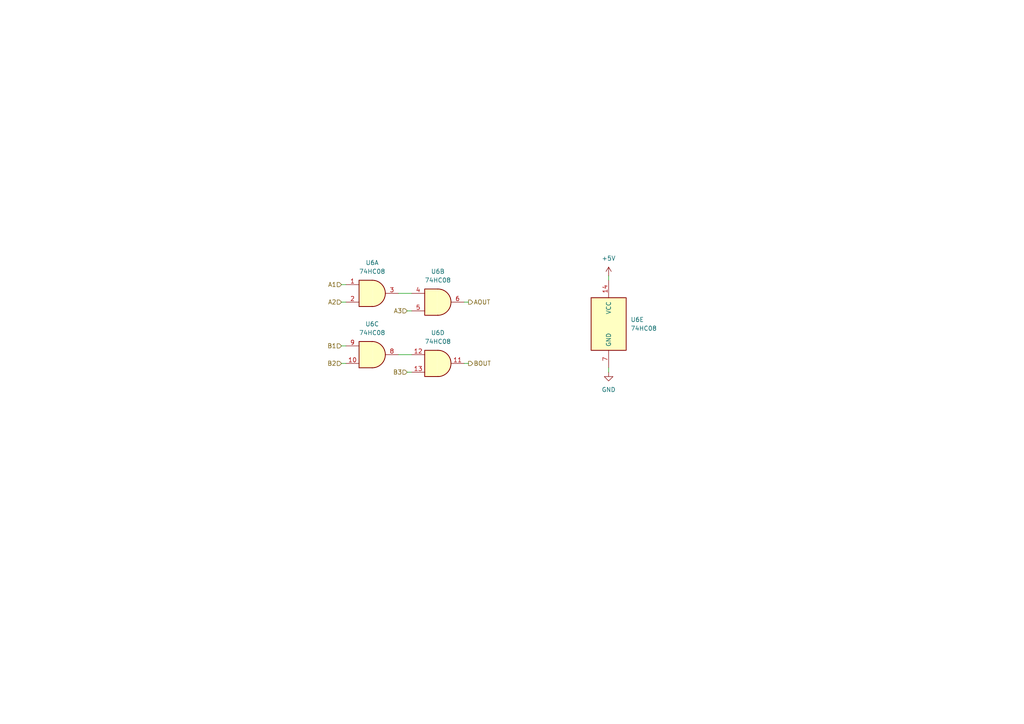
<source format=kicad_sch>
(kicad_sch (version 20250114) (generator "eeschema") (generator_version "9.0")
  (paper "A4")
  (lib_symbols
    (symbol "Logic_Gate:74HC08" (pin_names (offset 1.016))
      (property "Reference" "U" (at 0 1.27 0))
      (property "Value" "74HC08" (at 0 -1.27 0))
      (symbol "74HC08_1_1"
        (arc (start 0 3.81) (mid 3.7934 0) (end 0 -3.81) (stroke (width 0.254)) (fill (type background)))
        (polyline (pts (xy 0 3.81) (xy -3.81 3.81) (xy -3.81 -3.81) (xy 0 -3.81)) (stroke (width 0.254)) (fill (type background)))
        (pin input line (at -7.62 2.54 0) (length 3.81) (name "~") (number "1"))
        (pin input line (at -7.62 -2.54 0) (length 3.81) (name "~") (number "2"))
        (pin output line (at 7.62 0 180) (length 3.81) (name "~") (number "3"))
      )
      (symbol "74HC08_1_2"
        (arc (start -3.81 3.81) (mid -2.589 0) (end -3.81 -3.81) (stroke (width 0.254)))
        (polyline (pts (xy -3.81 3.81) (xy -0.635 3.81)) (stroke (width 0.254)) (fill (type background)))
        (polyline (pts (xy -3.81 -3.81) (xy -0.635 -3.81)) (stroke (width 0.254)) (fill (type background)))
        (arc (start 3.81 0) (mid 2.1855 -2.584) (end -0.6096 -3.81) (stroke (width 0.254)) (fill (type background)))
        (arc (start -0.6096 3.81) (mid 2.1928 2.5924) (end 3.81 0) (stroke (width 0.254)) (fill (type background)))
        (polyline (pts (xy -0.635 3.81) (xy -3.81 3.81) (xy -3.81 3.81) (xy -3.556 3.4036) (xy -3.0226 2.2606) (xy -2.6924 1.0414) (xy -2.6162 -0.254) (xy -2.7686 -1.4986) (xy -3.175 -2.7178) (xy -3.81 -3.81) (xy -3.81 -3.81) (xy -0.635 -3.81)) (stroke (width -25.4)) (fill (type background)))
        (pin input inverted (at -7.62 2.54 0) (length 4.318) (name "~") (number "1"))
        (pin input inverted (at -7.62 -2.54 0) (length 4.318) (name "~") (number "2"))
        (pin output inverted (at 7.62 0 180) (length 3.81) (name "~") (number "3"))
      )
      (symbol "74HC08_2_1"
        (arc (start 0 3.81) (mid 3.7934 0) (end 0 -3.81) (stroke (width 0.254)) (fill (type background)))
        (polyline (pts (xy 0 3.81) (xy -3.81 3.81) (xy -3.81 -3.81) (xy 0 -3.81)) (stroke (width 0.254)) (fill (type background)))
        (pin input line (at -7.62 2.54 0) (length 3.81) (name "~") (number "4"))
        (pin input line (at -7.62 -2.54 0) (length 3.81) (name "~") (number "5"))
        (pin output line (at 7.62 0 180) (length 3.81) (name "~") (number "6"))
      )
      (symbol "74HC08_2_2"
        (arc (start -3.81 3.81) (mid -2.589 0) (end -3.81 -3.81) (stroke (width 0.254)))
        (polyline (pts (xy -3.81 3.81) (xy -0.635 3.81)) (stroke (width 0.254)) (fill (type background)))
        (polyline (pts (xy -3.81 -3.81) (xy -0.635 -3.81)) (stroke (width 0.254)) (fill (type background)))
        (arc (start 3.81 0) (mid 2.1855 -2.584) (end -0.6096 -3.81) (stroke (width 0.254)) (fill (type background)))
        (arc (start -0.6096 3.81) (mid 2.1928 2.5924) (end 3.81 0) (stroke (width 0.254)) (fill (type background)))
        (polyline (pts (xy -0.635 3.81) (xy -3.81 3.81) (xy -3.81 3.81) (xy -3.556 3.4036) (xy -3.0226 2.2606) (xy -2.6924 1.0414) (xy -2.6162 -0.254) (xy -2.7686 -1.4986) (xy -3.175 -2.7178) (xy -3.81 -3.81) (xy -3.81 -3.81) (xy -0.635 -3.81)) (stroke (width -25.4)) (fill (type background)))
        (pin input inverted (at -7.62 2.54 0) (length 4.318) (name "~") (number "4"))
        (pin input inverted (at -7.62 -2.54 0) (length 4.318) (name "~") (number "5"))
        (pin output inverted (at 7.62 0 180) (length 3.81) (name "~") (number "6"))
      )
      (symbol "74HC08_3_1"
        (arc (start 0 3.81) (mid 3.7934 0) (end 0 -3.81) (stroke (width 0.254)) (fill (type background)))
        (polyline (pts (xy 0 3.81) (xy -3.81 3.81) (xy -3.81 -3.81) (xy 0 -3.81)) (stroke (width 0.254)) (fill (type background)))
        (pin input line (at -7.62 2.54 0) (length 3.81) (name "~") (number "9"))
        (pin input line (at -7.62 -2.54 0) (length 3.81) (name "~") (number "10"))
        (pin output line (at 7.62 0 180) (length 3.81) (name "~") (number "8"))
      )
      (symbol "74HC08_3_2"
        (arc (start -3.81 3.81) (mid -2.589 0) (end -3.81 -3.81) (stroke (width 0.254)))
        (polyline (pts (xy -3.81 3.81) (xy -0.635 3.81)) (stroke (width 0.254)) (fill (type background)))
        (polyline (pts (xy -3.81 -3.81) (xy -0.635 -3.81)) (stroke (width 0.254)) (fill (type background)))
        (arc (start 3.81 0) (mid 2.1855 -2.584) (end -0.6096 -3.81) (stroke (width 0.254)) (fill (type background)))
        (arc (start -0.6096 3.81) (mid 2.1928 2.5924) (end 3.81 0) (stroke (width 0.254)) (fill (type background)))
        (polyline (pts (xy -0.635 3.81) (xy -3.81 3.81) (xy -3.81 3.81) (xy -3.556 3.4036) (xy -3.0226 2.2606) (xy -2.6924 1.0414) (xy -2.6162 -0.254) (xy -2.7686 -1.4986) (xy -3.175 -2.7178) (xy -3.81 -3.81) (xy -3.81 -3.81) (xy -0.635 -3.81)) (stroke (width -25.4)) (fill (type background)))
        (pin input inverted (at -7.62 2.54 0) (length 4.318) (name "~") (number "9"))
        (pin input inverted (at -7.62 -2.54 0) (length 4.318) (name "~") (number "10"))
        (pin output inverted (at 7.62 0 180) (length 3.81) (name "~") (number "8"))
      )
      (symbol "74HC08_4_1"
        (arc (start 0 3.81) (mid 3.7934 0) (end 0 -3.81) (stroke (width 0.254)) (fill (type background)))
        (polyline (pts (xy 0 3.81) (xy -3.81 3.81) (xy -3.81 -3.81) (xy 0 -3.81)) (stroke (width 0.254)) (fill (type background)))
        (pin input line (at -7.62 2.54 0) (length 3.81) (name "~") (number "12"))
        (pin input line (at -7.62 -2.54 0) (length 3.81) (name "~") (number "13"))
        (pin output line (at 7.62 0 180) (length 3.81) (name "~") (number "11"))
      )
      (symbol "74HC08_4_2"
        (arc (start -3.81 3.81) (mid -2.589 0) (end -3.81 -3.81) (stroke (width 0.254)))
        (polyline (pts (xy -3.81 3.81) (xy -0.635 3.81)) (stroke (width 0.254)) (fill (type background)))
        (polyline (pts (xy -3.81 -3.81) (xy -0.635 -3.81)) (stroke (width 0.254)) (fill (type background)))
        (arc (start 3.81 0) (mid 2.1855 -2.584) (end -0.6096 -3.81) (stroke (width 0.254)) (fill (type background)))
        (arc (start -0.6096 3.81) (mid 2.1928 2.5924) (end 3.81 0) (stroke (width 0.254)) (fill (type background)))
        (polyline (pts (xy -0.635 3.81) (xy -3.81 3.81) (xy -3.81 3.81) (xy -3.556 3.4036) (xy -3.0226 2.2606) (xy -2.6924 1.0414) (xy -2.6162 -0.254) (xy -2.7686 -1.4986) (xy -3.175 -2.7178) (xy -3.81 -3.81) (xy -3.81 -3.81) (xy -0.635 -3.81)) (stroke (width -25.4)) (fill (type background)))
        (pin input inverted (at -7.62 2.54 0) (length 4.318) (name "~") (number "12"))
        (pin input inverted (at -7.62 -2.54 0) (length 4.318) (name "~") (number "13"))
        (pin output inverted (at 7.62 0 180) (length 3.81) (name "~") (number "11"))
      )
      (symbol "74HC08_5_0"
        (pin power_in line (at 0 12.7 270) (length 5.08) (name "VCC") (number "14"))
        (pin power_in line (at 0 -12.7 90) (length 5.08) (name "GND") (number "7"))
      )
      (symbol "74HC08_5_1"
        (rectangle (start -5.08 7.62) (end 5.08 -7.62) (stroke (width 0.254)) (fill (type background)))
      )
    )
    (symbol "power:+5V" (power) (pin_numbers (hide yes)) (pin_names (offset 0) (hide yes))
      (property "Value" "+5V" (at 0 3.556 0))
      (symbol "+5V_0_1"
        (polyline (pts (xy -0.762 1.27) (xy 0 2.54)))
        (polyline (pts (xy 0 2.54) (xy 0.762 1.27)))
        (polyline (pts (xy 0 0) (xy 0 2.54)))
      )
      (symbol "+5V_1_1"
        (pin power_in line (at 0 0 90) (length 0) (name "~") (number "1"))
      )
    )
    (symbol "power:GND" (power) (pin_numbers (hide yes)) (pin_names (offset 0) (hide yes))
      (property "Value" "GND" (at 0 -3.81 0))
      (symbol "GND_0_1"
        (polyline (pts (xy 0 0) (xy 0 -1.27) (xy 1.27 -1.27) (xy 0 -2.54) (xy -1.27 -1.27) (xy 0 -1.27)))
      )
      (symbol "GND_1_1"
        (pin power_in line (at 0 0 270) (length 0) (name "~") (number "1"))
      )
    )
  )
  (wire (pts (xy 115.57 102.87) (xy 119.38 102.87)))
  (wire (pts (xy 176.53 106.68) (xy 176.53 107.95)))
  (wire (pts (xy 115.57 85.09) (xy 119.38 85.09)))
  (wire (pts (xy 134.62 105.41) (xy 135.89 105.41)))
  (wire (pts (xy 99.06 82.55) (xy 100.33 82.55)))
  (wire (pts (xy 118.11 107.95) (xy 119.38 107.95)))
  (wire (pts (xy 118.11 90.17) (xy 119.38 90.17)))
  (wire (pts (xy 134.62 87.63) (xy 135.89 87.63)))
  (wire (pts (xy 176.53 80.01) (xy 176.53 81.28)))
  (wire (pts (xy 99.06 100.33) (xy 100.33 100.33)))
  (wire (pts (xy 99.06 105.41) (xy 100.33 105.41)))
  (wire (pts (xy 99.06 87.63) (xy 100.33 87.63)))
  (hierarchical_label "B2" (shape input) (at 99.06 105.41 180))
  (hierarchical_label "A3" (shape input) (at 118.11 90.17 180))
  (hierarchical_label "BOUT" (shape output) (at 135.89 105.41 0))
  (hierarchical_label "AOUT" (shape output) (at 135.89 87.63 0))
  (hierarchical_label "B3" (shape input) (at 118.11 107.95 180))
  (hierarchical_label "B1" (shape input) (at 99.06 100.33 180))
  (hierarchical_label "A2" (shape input) (at 99.06 87.63 180))
  (hierarchical_label "A1" (shape input) (at 99.06 82.55 180))
  (symbol (lib_id "Logic_Gate:74HC08") (at 107.95 85.09 0) (unit 1)
    (property "Reference" "U6" (at 107.9417 76.2 0))
    (property "Value" "74HC08" (at 107.9417 78.74 0))
    (property "Footprint" "Package_DIP:DIP-14_W7.62mm_Socket" (effects (hide yes)))
    (property "Datasheet" "http://www.ti.com/lit/gpn/sn74hc08" (effects (hide yes)))
    (property "Description" "Quad And2" (effects (hide yes)))
    (instances (project "" (path "" (reference "U6") (unit 1)) (path "" (reference "U15") (unit 1)) (path "" (reference "U9") (unit 1)) (path "" (reference "U12") (unit 1))))
  )
  (symbol (lib_id "Logic_Gate:74HC08") (at 127 105.41 0) (unit 4)
    (property "Reference" "U6" (at 126.9917 96.52 0))
    (property "Value" "74HC08" (at 126.9917 99.06 0))
    (property "Footprint" "Package_DIP:DIP-14_W7.62mm_Socket" (effects (hide yes)))
    (property "Datasheet" "http://www.ti.com/lit/gpn/sn74hc08" (effects (hide yes)))
    (property "Description" "Quad And2" (effects (hide yes)))
    (instances (project "" (path "" (reference "U6") (unit 4)) (path "" (reference "U15") (unit 4)) (path "" (reference "U9") (unit 4)) (path "" (reference "U12") (unit 4))))
  )
  (symbol (lib_id "Logic_Gate:74HC08") (at 176.53 93.98 0) (unit 5)
    (property "Reference" "U6" (at 182.88 92.7099 0) (effects (justify left)))
    (property "Value" "74HC08" (at 182.88 95.2499 0) (effects (justify left)))
    (property "Footprint" "Package_DIP:DIP-14_W7.62mm_Socket" (effects (hide yes)))
    (property "Datasheet" "http://www.ti.com/lit/gpn/sn74hc08" (effects (hide yes)))
    (property "Description" "Quad And2" (effects (hide yes)))
    (instances (project "" (path "" (reference "U6") (unit 5)) (path "" (reference "U15") (unit 5)) (path "" (reference "U9") (unit 5)) (path "" (reference "U12") (unit 5))))
  )
  (symbol (lib_id "power:+5V") (at 176.53 80.01 0) (unit 1)
    (property "Reference" "#PWR022" (effects (hide yes)))
    (property "Value" "+5V" (at 176.53 74.93 0))
    (property "Description" "Power symbol creates a global label with name \"+5V\"" (effects (hide yes)))
    (instances (project "binary-counter" (path "" (reference "#PWR022") (unit 1)) (path "" (reference "#PWR040") (unit 1)) (path "" (reference "#PWR028") (unit 1)) (path "" (reference "#PWR034") (unit 1))))
  )
  (symbol (lib_id "Logic_Gate:74HC08") (at 127 87.63 0) (unit 2)
    (property "Reference" "U6" (at 126.9917 78.74 0))
    (property "Value" "74HC08" (at 126.9917 81.28 0))
    (property "Footprint" "Package_DIP:DIP-14_W7.62mm_Socket" (effects (hide yes)))
    (property "Datasheet" "http://www.ti.com/lit/gpn/sn74hc08" (effects (hide yes)))
    (property "Description" "Quad And2" (effects (hide yes)))
    (instances (project "" (path "" (reference "U6") (unit 2)) (path "" (reference "U15") (unit 2)) (path "" (reference "U9") (unit 2)) (path "" (reference "U12") (unit 2))))
  )
  (symbol (lib_id "Logic_Gate:74HC08") (at 107.95 102.87 0) (unit 3)
    (property "Reference" "U6" (at 107.9417 93.98 0))
    (property "Value" "74HC08" (at 107.9417 96.52 0))
    (property "Footprint" "Package_DIP:DIP-14_W7.62mm_Socket" (effects (hide yes)))
    (property "Datasheet" "http://www.ti.com/lit/gpn/sn74hc08" (effects (hide yes)))
    (property "Description" "Quad And2" (effects (hide yes)))
    (instances (project "" (path "" (reference "U6") (unit 3)) (path "" (reference "U15") (unit 3)) (path "" (reference "U9") (unit 3)) (path "" (reference "U12") (unit 3))))
  )
  (symbol (lib_id "power:GND") (at 176.53 107.95 0) (unit 1)
    (property "Reference" "#PWR023" (effects (hide yes)))
    (property "Value" "GND" (at 176.53 113.03 0))
    (property "Description" "Power symbol creates a global label with name \"GND\" , ground" (effects (hide yes)))
    (instances (project "binary-counter" (path "" (reference "#PWR023") (unit 1)) (path "" (reference "#PWR041") (unit 1)) (path "" (reference "#PWR029") (unit 1)) (path "" (reference "#PWR035") (unit 1))))
  )
)
</source>
